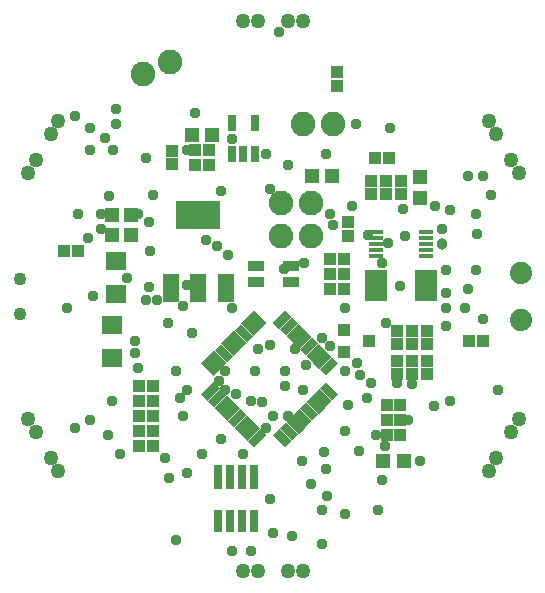
<source format=gbr>
G04 EAGLE Gerber RS-274X export*
G75*
%MOMM*%
%FSLAX34Y34*%
%LPD*%
%INSoldermask Top*%
%IPPOS*%
%AMOC8*
5,1,8,0,0,1.08239X$1,22.5*%
G01*
%ADD10R,1.473200X0.762000*%
%ADD11R,0.762000X1.473200*%
%ADD12R,1.403200X0.903200*%
%ADD13C,2.082800*%
%ADD14C,1.103200*%
%ADD15R,0.753200X1.403200*%
%ADD16R,1.422400X2.438400*%
%ADD17R,3.803200X2.403200*%
%ADD18C,1.261200*%
%ADD19C,1.879600*%
%ADD20R,1.103200X1.053200*%
%ADD21R,1.203200X1.303200*%
%ADD22R,1.053200X1.103200*%
%ADD23R,1.303200X1.203200*%
%ADD24R,1.803200X1.603200*%
%ADD25R,1.203200X0.453200*%
%ADD26R,1.828800X0.711200*%
%ADD27R,1.103200X1.003200*%
%ADD28C,0.965200*%
%ADD29R,0.803200X2.053200*%
%ADD30R,0.803200X1.853200*%
%ADD31C,0.959600*%


D10*
G36*
X230085Y226400D02*
X219669Y236816D01*
X225057Y242204D01*
X235473Y231788D01*
X230085Y226400D01*
G37*
G36*
X224428Y220743D02*
X214012Y231159D01*
X219400Y236547D01*
X229816Y226131D01*
X224428Y220743D01*
G37*
G36*
X218771Y215087D02*
X208355Y225503D01*
X213743Y230891D01*
X224159Y220475D01*
X218771Y215087D01*
G37*
G36*
X213114Y209430D02*
X202698Y219846D01*
X208086Y225234D01*
X218502Y214818D01*
X213114Y209430D01*
G37*
G36*
X207457Y203773D02*
X197041Y214189D01*
X202429Y219577D01*
X212845Y209161D01*
X207457Y203773D01*
G37*
G36*
X201800Y198116D02*
X191384Y208532D01*
X196772Y213920D01*
X207188Y203504D01*
X201800Y198116D01*
G37*
G36*
X196144Y192459D02*
X185728Y202875D01*
X191116Y208263D01*
X201532Y197847D01*
X196144Y192459D01*
G37*
G36*
X190487Y186802D02*
X180071Y197218D01*
X185459Y202606D01*
X195875Y192190D01*
X190487Y186802D01*
G37*
D11*
G36*
X185459Y165694D02*
X180071Y171082D01*
X190487Y181498D01*
X195875Y176110D01*
X185459Y165694D01*
G37*
G36*
X191116Y160037D02*
X185728Y165425D01*
X196144Y175841D01*
X201532Y170453D01*
X191116Y160037D01*
G37*
G36*
X196772Y154380D02*
X191384Y159768D01*
X201800Y170184D01*
X207188Y164796D01*
X196772Y154380D01*
G37*
G36*
X202429Y148723D02*
X197041Y154111D01*
X207457Y164527D01*
X212845Y159139D01*
X202429Y148723D01*
G37*
G36*
X208086Y143066D02*
X202698Y148454D01*
X213114Y158870D01*
X218502Y153482D01*
X208086Y143066D01*
G37*
G36*
X213743Y137409D02*
X208355Y142797D01*
X218771Y153213D01*
X224159Y147825D01*
X213743Y137409D01*
G37*
G36*
X219400Y131753D02*
X214012Y137141D01*
X224428Y147557D01*
X229816Y142169D01*
X219400Y131753D01*
G37*
G36*
X225057Y126096D02*
X219669Y131484D01*
X230085Y141900D01*
X235473Y136512D01*
X225057Y126096D01*
G37*
D10*
G36*
X251193Y126096D02*
X240777Y136512D01*
X246165Y141900D01*
X256581Y131484D01*
X251193Y126096D01*
G37*
G36*
X256850Y131753D02*
X246434Y142169D01*
X251822Y147557D01*
X262238Y137141D01*
X256850Y131753D01*
G37*
G36*
X262507Y137409D02*
X252091Y147825D01*
X257479Y153213D01*
X267895Y142797D01*
X262507Y137409D01*
G37*
G36*
X268164Y143066D02*
X257748Y153482D01*
X263136Y158870D01*
X273552Y148454D01*
X268164Y143066D01*
G37*
G36*
X273821Y148723D02*
X263405Y159139D01*
X268793Y164527D01*
X279209Y154111D01*
X273821Y148723D01*
G37*
G36*
X279478Y154380D02*
X269062Y164796D01*
X274450Y170184D01*
X284866Y159768D01*
X279478Y154380D01*
G37*
G36*
X285134Y160037D02*
X274718Y170453D01*
X280106Y175841D01*
X290522Y165425D01*
X285134Y160037D01*
G37*
G36*
X290791Y165694D02*
X280375Y176110D01*
X285763Y181498D01*
X296179Y171082D01*
X290791Y165694D01*
G37*
D11*
G36*
X285763Y186802D02*
X280375Y192190D01*
X290791Y202606D01*
X296179Y197218D01*
X285763Y186802D01*
G37*
G36*
X280106Y192459D02*
X274718Y197847D01*
X285134Y208263D01*
X290522Y202875D01*
X280106Y192459D01*
G37*
G36*
X274450Y198116D02*
X269062Y203504D01*
X279478Y213920D01*
X284866Y208532D01*
X274450Y198116D01*
G37*
G36*
X268793Y203773D02*
X263405Y209161D01*
X273821Y219577D01*
X279209Y214189D01*
X268793Y203773D01*
G37*
G36*
X263136Y209430D02*
X257748Y214818D01*
X268164Y225234D01*
X273552Y219846D01*
X263136Y209430D01*
G37*
G36*
X257479Y215087D02*
X252091Y220475D01*
X262507Y230891D01*
X267895Y225503D01*
X257479Y215087D01*
G37*
G36*
X251822Y220743D02*
X246434Y226131D01*
X256850Y236547D01*
X262238Y231159D01*
X251822Y220743D01*
G37*
G36*
X246165Y226400D02*
X240777Y231788D01*
X251193Y242204D01*
X256581Y236816D01*
X246165Y226400D01*
G37*
D12*
X226300Y266050D03*
X226300Y280050D03*
X256300Y266050D03*
X256300Y280050D03*
D13*
X247650Y333375D03*
X273050Y333375D03*
X273050Y304800D03*
X247650Y304800D03*
D14*
X26251Y269000D03*
X26251Y239000D03*
D15*
X206400Y374349D03*
X215900Y374349D03*
X225400Y374349D03*
X225400Y400351D03*
X206400Y400351D03*
D16*
X154686Y261112D03*
X177800Y261112D03*
X200914Y261112D03*
D17*
X177800Y323090D03*
D13*
X292100Y400050D03*
X266700Y400050D03*
X130770Y441816D03*
X153790Y452551D03*
D18*
X228600Y21050D03*
X254000Y21050D03*
X266700Y21050D03*
X215900Y21050D03*
X430068Y117001D03*
X442768Y138999D03*
X449118Y149997D03*
X423718Y106003D03*
X442768Y369001D03*
X430068Y390999D03*
X423718Y401997D03*
X449118Y358003D03*
X254000Y486950D03*
X228600Y486950D03*
X215900Y486950D03*
X266700Y486950D03*
X52532Y390999D03*
X39832Y369001D03*
X33482Y358003D03*
X58882Y401997D03*
X39832Y138999D03*
X52532Y117001D03*
X58882Y106003D03*
X33482Y149997D03*
D19*
X450850Y234000D03*
X450850Y274000D03*
D20*
X323850Y340275D03*
X323850Y351875D03*
X336550Y351875D03*
X336550Y340275D03*
D21*
X365125Y354575D03*
X365125Y337575D03*
D22*
X186775Y377825D03*
X175175Y377825D03*
D23*
X172475Y390525D03*
X189475Y390525D03*
D22*
X175175Y365125D03*
X186775Y365125D03*
D23*
X291075Y355600D03*
X274075Y355600D03*
D24*
X107950Y283875D03*
X107950Y255875D03*
X104775Y201900D03*
X104775Y229900D03*
D25*
X328119Y308450D03*
X328119Y303450D03*
X328119Y298450D03*
X328119Y293450D03*
X328119Y288450D03*
X370381Y288450D03*
X370381Y293450D03*
X370381Y298450D03*
X370381Y303450D03*
X370381Y308450D03*
D20*
X155575Y377275D03*
X155575Y365675D03*
D26*
X328295Y273275D03*
X328295Y266775D03*
X328295Y260275D03*
X328295Y253775D03*
X370205Y253775D03*
X370205Y260275D03*
X370205Y266775D03*
X370205Y273275D03*
D22*
X127550Y177800D03*
X139150Y177800D03*
X127550Y165100D03*
X139150Y165100D03*
X127550Y152400D03*
X139150Y152400D03*
X289475Y285750D03*
X301075Y285750D03*
X289475Y273050D03*
X301075Y273050D03*
X289475Y260350D03*
X301075Y260350D03*
X337100Y149225D03*
X348700Y149225D03*
X337100Y161925D03*
X348700Y161925D03*
X348700Y136525D03*
X337100Y136525D03*
D23*
X351400Y114300D03*
X334400Y114300D03*
D22*
X139150Y139700D03*
X127550Y139700D03*
X418550Y215900D03*
X406950Y215900D03*
X339175Y371475D03*
X327575Y371475D03*
D20*
X295275Y443950D03*
X295275Y432350D03*
D22*
X64050Y292100D03*
X75650Y292100D03*
X127550Y127000D03*
X139150Y127000D03*
D27*
X301150Y225400D03*
X301150Y206400D03*
X322150Y215900D03*
D20*
X346075Y199475D03*
X346075Y187875D03*
X358775Y199475D03*
X358775Y187875D03*
X371475Y199475D03*
X371475Y187875D03*
X371475Y213275D03*
X371475Y224875D03*
X358775Y213275D03*
X358775Y224875D03*
X346075Y213275D03*
X346075Y224875D03*
X349250Y351875D03*
X349250Y340275D03*
D28*
X384175Y298450D03*
D20*
X304800Y316950D03*
X304800Y305350D03*
D21*
X104775Y305825D03*
X104775Y322825D03*
X120650Y322825D03*
X120650Y305825D03*
D29*
X214550Y101050D03*
X224550Y101050D03*
X204550Y101050D03*
X194550Y101050D03*
D30*
X194550Y63800D03*
X204550Y63800D03*
X214550Y63800D03*
X224550Y63800D03*
D31*
X85725Y377825D03*
X85725Y396875D03*
X107950Y412750D03*
X174625Y409575D03*
X234950Y374650D03*
X104775Y165100D03*
X419100Y234950D03*
X292100Y314325D03*
X149225Y117475D03*
X209550Y171450D03*
X301625Y244475D03*
X307975Y330200D03*
X321663Y305788D03*
X377825Y330200D03*
X314325Y187325D03*
X168275Y104775D03*
X365125Y114300D03*
X133350Y250825D03*
X117475Y269875D03*
X95250Y311150D03*
X266700Y174625D03*
X254000Y365125D03*
X285750Y374650D03*
X88900Y254000D03*
X206375Y387350D03*
X168275Y377825D03*
X222250Y38100D03*
X135918Y317164D03*
X333375Y98425D03*
X98425Y387854D03*
X73025Y142875D03*
X85725Y149225D03*
X267126Y282149D03*
X387350Y276225D03*
X412750Y276225D03*
X196850Y342900D03*
X203200Y288925D03*
X250543Y277297D03*
X384175Y311150D03*
X168275Y263525D03*
X76200Y323850D03*
X337941Y299518D03*
X282479Y73121D03*
X301625Y69568D03*
X330200Y73025D03*
X246178Y477953D03*
X133350Y371475D03*
X161925Y168275D03*
X165100Y245463D03*
X142875Y250825D03*
X136195Y261624D03*
X265712Y114300D03*
X165100Y152400D03*
X285750Y107950D03*
X273050Y95250D03*
X241300Y152400D03*
X180975Y120650D03*
X215900Y120650D03*
X234950Y142875D03*
X206375Y244475D03*
X228600Y209550D03*
X200307Y190370D03*
X171913Y223014D03*
X152400Y231775D03*
X127000Y193675D03*
X123825Y206375D03*
X123825Y215900D03*
X355600Y149225D03*
X288925Y211877D03*
X314043Y123255D03*
X387350Y257175D03*
X304800Y161925D03*
X323850Y180975D03*
X320675Y167528D03*
X282575Y218793D03*
X348134Y262409D03*
X301625Y139700D03*
X346075Y180975D03*
X358775Y179664D03*
X387350Y228600D03*
X403225Y244475D03*
X412750Y323850D03*
X387350Y244475D03*
X406400Y260350D03*
X425450Y339725D03*
X419100Y355600D03*
X406400Y355600D03*
X73025Y406400D03*
X101600Y136525D03*
X111125Y120650D03*
X158750Y47625D03*
X377194Y161294D03*
X390538Y165113D03*
X336550Y231775D03*
X206375Y38100D03*
X241300Y53975D03*
X257175Y50800D03*
X282575Y44450D03*
X431800Y174625D03*
X225270Y190500D03*
X184150Y301625D03*
X136525Y292100D03*
X105763Y377825D03*
X107950Y400050D03*
X339725Y396875D03*
X268996Y195971D03*
X333375Y281894D03*
X288925Y323850D03*
X311150Y400050D03*
X253878Y152400D03*
X283691Y121766D03*
X238125Y82550D03*
X66675Y244475D03*
X152682Y100375D03*
X286844Y84587D03*
X390525Y327025D03*
X413866Y306859D03*
X350873Y328013D03*
X352329Y304896D03*
X336124Y127426D03*
X311842Y197542D03*
X301625Y190500D03*
X259535Y209550D03*
X328013Y136525D03*
X139093Y339725D03*
X193675Y296771D03*
X231338Y164855D03*
X222250Y165100D03*
X168351Y174701D03*
X158750Y190500D03*
X84609Y303684D03*
X102037Y339310D03*
X200025Y174625D03*
X195186Y182639D03*
X238125Y345087D03*
X95250Y323850D03*
X127000Y323850D03*
X196850Y133350D03*
X238125Y212725D03*
X250825Y190500D03*
X250825Y177800D03*
M02*

</source>
